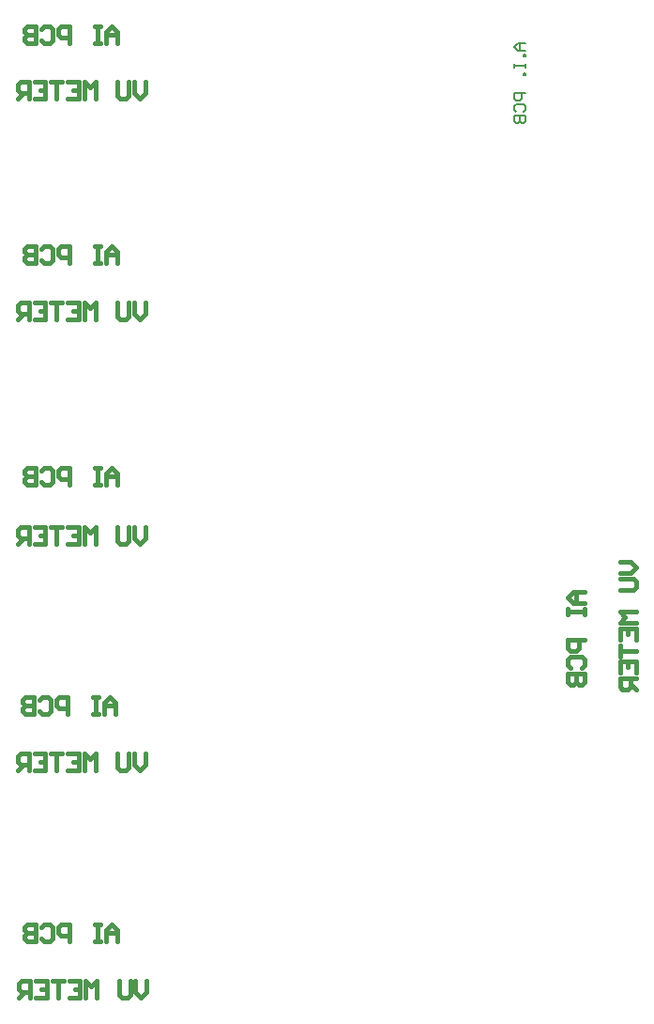
<source format=gbo>
G04 Layer_Color=32896*
%FSLAX25Y25*%
%MOIN*%
G70*
G01*
G75*
%ADD30C,0.00787*%
%ADD35C,0.01575*%
D30*
X316563Y366937D02*
X313939D01*
X312627Y365625D01*
X313939Y364313D01*
X316563D01*
X314595D01*
Y366937D01*
X316563Y363001D02*
X315907D01*
Y362345D01*
X316563D01*
Y363001D01*
X312627Y359721D02*
Y358410D01*
Y359066D01*
X316563D01*
Y359721D01*
Y358410D01*
Y356442D02*
X315907D01*
Y355786D01*
X316563D01*
Y356442D01*
Y349226D02*
X312627D01*
Y347258D01*
X313283Y346602D01*
X314595D01*
X315251Y347258D01*
Y349226D01*
X313283Y342667D02*
X312627Y343323D01*
Y344635D01*
X313283Y345290D01*
X315907D01*
X316563Y344635D01*
Y343323D01*
X315907Y342667D01*
X312627Y341355D02*
X316563D01*
Y339387D01*
X315907Y338731D01*
X315251D01*
X314595Y339387D01*
Y341355D01*
Y339387D01*
X313939Y338731D01*
X313283D01*
X312627Y339387D01*
Y341355D01*
D35*
X350096Y183000D02*
X354032D01*
X356000Y181032D01*
X354032Y179064D01*
X350096D01*
Y177096D02*
X355016D01*
X356000Y176112D01*
Y174145D01*
X355016Y173161D01*
X350096D01*
X356000Y165289D02*
X350096D01*
X352064Y163321D01*
X350096Y161354D01*
X356000D01*
X350096Y155450D02*
Y159386D01*
X356000D01*
Y155450D01*
X353048Y159386D02*
Y157418D01*
X350096Y153482D02*
Y149546D01*
Y151514D01*
X356000D01*
X350096Y143643D02*
Y147578D01*
X356000D01*
Y143643D01*
X353048Y147578D02*
Y145610D01*
X356000Y141675D02*
X350096D01*
Y138723D01*
X351080Y137739D01*
X353048D01*
X354032Y138723D01*
Y141675D01*
Y139707D02*
X356000Y137739D01*
X181500Y353404D02*
Y349468D01*
X179532Y347500D01*
X177564Y349468D01*
Y353404D01*
X175596D02*
Y348484D01*
X174612Y347500D01*
X172645D01*
X171661Y348484D01*
Y353404D01*
X163789Y347500D02*
Y353404D01*
X161821Y351436D01*
X159853Y353404D01*
Y347500D01*
X153950Y353404D02*
X157886D01*
Y347500D01*
X153950D01*
X157886Y350452D02*
X155918D01*
X151982Y353404D02*
X148046D01*
X150014D01*
Y347500D01*
X142143Y353404D02*
X146078D01*
Y347500D01*
X142143D01*
X146078Y350452D02*
X144111D01*
X140175Y347500D02*
Y353404D01*
X137223D01*
X136239Y352420D01*
Y350452D01*
X137223Y349468D01*
X140175D01*
X138207D02*
X136239Y347500D01*
X181500Y274904D02*
Y270968D01*
X179532Y269000D01*
X177564Y270968D01*
Y274904D01*
X175596D02*
Y269984D01*
X174612Y269000D01*
X172645D01*
X171661Y269984D01*
Y274904D01*
X163789Y269000D02*
Y274904D01*
X161821Y272936D01*
X159853Y274904D01*
Y269000D01*
X153950Y274904D02*
X157886D01*
Y269000D01*
X153950D01*
X157886Y271952D02*
X155918D01*
X151982Y274904D02*
X148046D01*
X150014D01*
Y269000D01*
X142143Y274904D02*
X146078D01*
Y269000D01*
X142143D01*
X146078Y271952D02*
X144111D01*
X140175Y269000D02*
Y274904D01*
X137223D01*
X136239Y273920D01*
Y271952D01*
X137223Y270968D01*
X140175D01*
X138207D02*
X136239Y269000D01*
X181500Y195404D02*
Y191468D01*
X179532Y189500D01*
X177564Y191468D01*
Y195404D01*
X175596D02*
Y190484D01*
X174612Y189500D01*
X172645D01*
X171661Y190484D01*
Y195404D01*
X163789Y189500D02*
Y195404D01*
X161821Y193436D01*
X159853Y195404D01*
Y189500D01*
X153950Y195404D02*
X157886D01*
Y189500D01*
X153950D01*
X157886Y192452D02*
X155918D01*
X151982Y195404D02*
X148046D01*
X150014D01*
Y189500D01*
X142143Y195404D02*
X146078D01*
Y189500D01*
X142143D01*
X146078Y192452D02*
X144111D01*
X140175Y189500D02*
Y195404D01*
X137223D01*
X136239Y194420D01*
Y192452D01*
X137223Y191468D01*
X140175D01*
X138207D02*
X136239Y189500D01*
X181500Y114904D02*
Y110968D01*
X179532Y109000D01*
X177564Y110968D01*
Y114904D01*
X175596D02*
Y109984D01*
X174612Y109000D01*
X172645D01*
X171661Y109984D01*
Y114904D01*
X163789Y109000D02*
Y114904D01*
X161821Y112936D01*
X159853Y114904D01*
Y109000D01*
X153950Y114904D02*
X157886D01*
Y109000D01*
X153950D01*
X157886Y111952D02*
X155918D01*
X151982Y114904D02*
X148046D01*
X150014D01*
Y109000D01*
X142143Y114904D02*
X146078D01*
Y109000D01*
X142143D01*
X146078Y111952D02*
X144111D01*
X140175Y109000D02*
Y114904D01*
X137223D01*
X136239Y113920D01*
Y111952D01*
X137223Y110968D01*
X140175D01*
X138207D02*
X136239Y109000D01*
X182000Y34404D02*
Y30468D01*
X180032Y28500D01*
X178064Y30468D01*
Y34404D01*
X176096D02*
Y29484D01*
X175112Y28500D01*
X173145D01*
X172161Y29484D01*
Y34404D01*
X164289Y28500D02*
Y34404D01*
X162321Y32436D01*
X160354Y34404D01*
Y28500D01*
X154450Y34404D02*
X158386D01*
Y28500D01*
X154450D01*
X158386Y31452D02*
X156418D01*
X152482Y34404D02*
X148546D01*
X150514D01*
Y28500D01*
X142643Y34404D02*
X146578D01*
Y28500D01*
X142643D01*
X146578Y31452D02*
X144611D01*
X140675Y28500D02*
Y34404D01*
X137723D01*
X136739Y33420D01*
Y31452D01*
X137723Y30468D01*
X140675D01*
X138707D02*
X136739Y28500D01*
X337500Y172500D02*
X333501D01*
X331502Y170501D01*
X333501Y168501D01*
X337500D01*
X334501D01*
Y172500D01*
X331502Y166502D02*
Y164503D01*
Y165502D01*
X337500D01*
Y166502D01*
Y164503D01*
Y155506D02*
X331502D01*
Y152506D01*
X332502Y151507D01*
X334501D01*
X335501Y152506D01*
Y155506D01*
X332502Y145509D02*
X331502Y146508D01*
Y148508D01*
X332502Y149507D01*
X336500D01*
X337500Y148508D01*
Y146508D01*
X336500Y145509D01*
X331502Y143509D02*
X337500D01*
Y140510D01*
X336500Y139511D01*
X335501D01*
X334501Y140510D01*
Y143509D01*
Y140510D01*
X333501Y139511D01*
X332502D01*
X331502Y140510D01*
Y143509D01*
X171500Y367000D02*
Y370999D01*
X169501Y372998D01*
X167501Y370999D01*
Y367000D01*
Y369999D01*
X171500D01*
X165502Y372998D02*
X163503D01*
X164502D01*
Y367000D01*
X165502D01*
X163503D01*
X154506D02*
Y372998D01*
X151506D01*
X150507Y371998D01*
Y369999D01*
X151506Y368999D01*
X154506D01*
X144509Y371998D02*
X145508Y372998D01*
X147508D01*
X148507Y371998D01*
Y368000D01*
X147508Y367000D01*
X145508D01*
X144509Y368000D01*
X142509Y372998D02*
Y367000D01*
X139510D01*
X138511Y368000D01*
Y368999D01*
X139510Y369999D01*
X142509D01*
X139510D01*
X138511Y370999D01*
Y371998D01*
X139510Y372998D01*
X142509D01*
X171500Y289000D02*
Y292999D01*
X169501Y294998D01*
X167501Y292999D01*
Y289000D01*
Y291999D01*
X171500D01*
X165502Y294998D02*
X163503D01*
X164502D01*
Y289000D01*
X165502D01*
X163503D01*
X154506D02*
Y294998D01*
X151506D01*
X150507Y293998D01*
Y291999D01*
X151506Y290999D01*
X154506D01*
X144509Y293998D02*
X145508Y294998D01*
X147508D01*
X148507Y293998D01*
Y290000D01*
X147508Y289000D01*
X145508D01*
X144509Y290000D01*
X142509Y294998D02*
Y289000D01*
X139510D01*
X138511Y290000D01*
Y290999D01*
X139510Y291999D01*
X142509D01*
X139510D01*
X138511Y292999D01*
Y293998D01*
X139510Y294998D01*
X142509D01*
X171500Y210500D02*
Y214499D01*
X169501Y216498D01*
X167501Y214499D01*
Y210500D01*
Y213499D01*
X171500D01*
X165502Y216498D02*
X163503D01*
X164502D01*
Y210500D01*
X165502D01*
X163503D01*
X154506D02*
Y216498D01*
X151506D01*
X150507Y215498D01*
Y213499D01*
X151506Y212499D01*
X154506D01*
X144509Y215498D02*
X145508Y216498D01*
X147508D01*
X148507Y215498D01*
Y211500D01*
X147508Y210500D01*
X145508D01*
X144509Y211500D01*
X142509Y216498D02*
Y210500D01*
X139510D01*
X138511Y211500D01*
Y212499D01*
X139510Y213499D01*
X142509D01*
X139510D01*
X138511Y214499D01*
Y215498D01*
X139510Y216498D01*
X142509D01*
X171000Y129000D02*
Y132999D01*
X169001Y134998D01*
X167001Y132999D01*
Y129000D01*
Y131999D01*
X171000D01*
X165002Y134998D02*
X163003D01*
X164002D01*
Y129000D01*
X165002D01*
X163003D01*
X154006D02*
Y134998D01*
X151006D01*
X150007Y133998D01*
Y131999D01*
X151006Y130999D01*
X154006D01*
X144009Y133998D02*
X145008Y134998D01*
X147008D01*
X148007Y133998D01*
Y130000D01*
X147008Y129000D01*
X145008D01*
X144009Y130000D01*
X142009Y134998D02*
Y129000D01*
X139010D01*
X138011Y130000D01*
Y130999D01*
X139010Y131999D01*
X142009D01*
X139010D01*
X138011Y132999D01*
Y133998D01*
X139010Y134998D01*
X142009D01*
X171500Y48500D02*
Y52499D01*
X169501Y54498D01*
X167501Y52499D01*
Y48500D01*
Y51499D01*
X171500D01*
X165502Y54498D02*
X163503D01*
X164502D01*
Y48500D01*
X165502D01*
X163503D01*
X154506D02*
Y54498D01*
X151506D01*
X150507Y53498D01*
Y51499D01*
X151506Y50499D01*
X154506D01*
X144509Y53498D02*
X145508Y54498D01*
X147508D01*
X148507Y53498D01*
Y49500D01*
X147508Y48500D01*
X145508D01*
X144509Y49500D01*
X142509Y54498D02*
Y48500D01*
X139510D01*
X138511Y49500D01*
Y50499D01*
X139510Y51499D01*
X142509D01*
X139510D01*
X138511Y52499D01*
Y53498D01*
X139510Y54498D01*
X142509D01*
M02*

</source>
